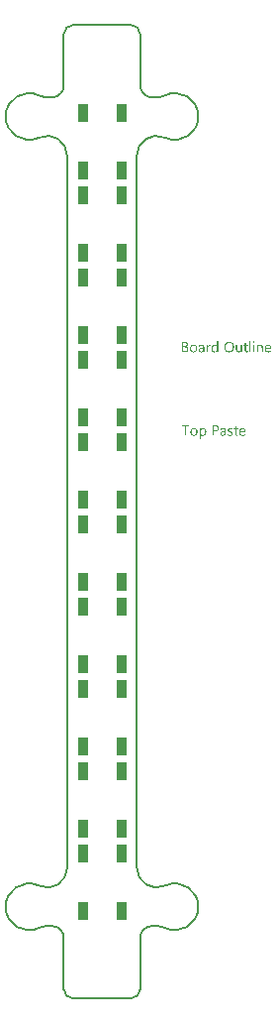
<source format=gtp>
G04*
G04 #@! TF.GenerationSoftware,Altium Limited,Altium Designer,21.8.1 (53)*
G04*
G04 Layer_Color=8421504*
%FSAX25Y25*%
%MOIN*%
G70*
G04*
G04 #@! TF.SameCoordinates,E3F0FB40-B38B-4DF8-A9CB-3E72E830E8E9*
G04*
G04*
G04 #@! TF.FilePolarity,Positive*
G04*
G01*
G75*
%ADD11C,0.00787*%
%ADD12R,0.03543X0.05906*%
G36*
X0051178Y0220945D02*
X0051202D01*
X0051258Y0220920D01*
X0051289Y0220901D01*
X0051320Y0220877D01*
X0051326Y0220870D01*
X0051332Y0220864D01*
X0051363Y0220827D01*
X0051388Y0220765D01*
X0051394Y0220728D01*
X0051400Y0220691D01*
Y0220685D01*
Y0220672D01*
X0051394Y0220654D01*
X0051388Y0220629D01*
X0051370Y0220567D01*
X0051345Y0220536D01*
X0051320Y0220505D01*
X0051314D01*
X0051308Y0220493D01*
X0051270Y0220468D01*
X0051215Y0220443D01*
X0051178Y0220437D01*
X0051140Y0220431D01*
X0051122D01*
X0051103Y0220437D01*
X0051078D01*
X0051017Y0220462D01*
X0050986Y0220474D01*
X0050955Y0220499D01*
Y0220505D01*
X0050942Y0220511D01*
X0050930Y0220530D01*
X0050918Y0220548D01*
X0050893Y0220610D01*
X0050887Y0220648D01*
X0050880Y0220691D01*
Y0220697D01*
Y0220709D01*
X0050887Y0220728D01*
X0050893Y0220759D01*
X0050911Y0220815D01*
X0050930Y0220846D01*
X0050955Y0220877D01*
X0050961Y0220883D01*
X0050967Y0220889D01*
X0051004Y0220914D01*
X0051066Y0220938D01*
X0051103Y0220951D01*
X0051159D01*
X0051178Y0220945D01*
D02*
G37*
G36*
X0039187Y0217280D02*
X0038785D01*
Y0217701D01*
X0038773D01*
Y0217695D01*
X0038760Y0217683D01*
X0038742Y0217658D01*
X0038723Y0217627D01*
X0038692Y0217590D01*
X0038655Y0217552D01*
X0038612Y0217509D01*
X0038562Y0217466D01*
X0038507Y0217416D01*
X0038438Y0217373D01*
X0038370Y0217336D01*
X0038290Y0217299D01*
X0038210Y0217268D01*
X0038117Y0217243D01*
X0038018Y0217231D01*
X0037912Y0217224D01*
X0037869D01*
X0037832Y0217231D01*
X0037795Y0217237D01*
X0037745Y0217243D01*
X0037640Y0217268D01*
X0037516Y0217305D01*
X0037392Y0217367D01*
X0037324Y0217404D01*
X0037269Y0217447D01*
X0037207Y0217503D01*
X0037151Y0217559D01*
Y0217565D01*
X0037139Y0217577D01*
X0037126Y0217596D01*
X0037108Y0217621D01*
X0037089Y0217652D01*
X0037064Y0217695D01*
X0037040Y0217744D01*
X0037015Y0217800D01*
X0036984Y0217862D01*
X0036959Y0217930D01*
X0036934Y0218004D01*
X0036916Y0218085D01*
X0036897Y0218172D01*
X0036885Y0218270D01*
X0036879Y0218370D01*
X0036873Y0218475D01*
Y0218481D01*
Y0218499D01*
Y0218537D01*
X0036879Y0218580D01*
X0036885Y0218630D01*
X0036891Y0218691D01*
X0036897Y0218759D01*
X0036910Y0218834D01*
X0036947Y0218995D01*
X0037003Y0219162D01*
X0037040Y0219242D01*
X0037083Y0219323D01*
X0037126Y0219397D01*
X0037182Y0219471D01*
X0037188Y0219478D01*
X0037194Y0219490D01*
X0037213Y0219509D01*
X0037238Y0219533D01*
X0037269Y0219558D01*
X0037312Y0219589D01*
X0037355Y0219626D01*
X0037405Y0219663D01*
X0037529Y0219731D01*
X0037671Y0219793D01*
X0037751Y0219812D01*
X0037838Y0219830D01*
X0037925Y0219843D01*
X0038024Y0219849D01*
X0038073D01*
X0038111Y0219843D01*
X0038148Y0219837D01*
X0038197Y0219830D01*
X0038309Y0219799D01*
X0038432Y0219750D01*
X0038494Y0219719D01*
X0038556Y0219676D01*
X0038618Y0219632D01*
X0038674Y0219577D01*
X0038723Y0219515D01*
X0038773Y0219440D01*
X0038785D01*
Y0221000D01*
X0039187D01*
Y0217280D01*
D02*
G37*
G36*
X0053456Y0219843D02*
X0053530Y0219837D01*
X0053623Y0219818D01*
X0053722Y0219787D01*
X0053827Y0219738D01*
X0053932Y0219670D01*
X0053975Y0219632D01*
X0054019Y0219583D01*
X0054031Y0219570D01*
X0054056Y0219533D01*
X0054087Y0219471D01*
X0054130Y0219385D01*
X0054167Y0219280D01*
X0054204Y0219149D01*
X0054229Y0218995D01*
X0054235Y0218815D01*
Y0217280D01*
X0053833D01*
Y0218710D01*
Y0218716D01*
Y0218747D01*
X0053827Y0218784D01*
Y0218834D01*
X0053815Y0218896D01*
X0053802Y0218964D01*
X0053784Y0219038D01*
X0053759Y0219112D01*
X0053728Y0219187D01*
X0053691Y0219255D01*
X0053641Y0219323D01*
X0053585Y0219385D01*
X0053524Y0219434D01*
X0053443Y0219471D01*
X0053356Y0219502D01*
X0053251Y0219509D01*
X0053239D01*
X0053202Y0219502D01*
X0053146Y0219496D01*
X0053078Y0219478D01*
X0052997Y0219453D01*
X0052911Y0219409D01*
X0052830Y0219354D01*
X0052750Y0219280D01*
X0052744Y0219267D01*
X0052719Y0219242D01*
X0052688Y0219193D01*
X0052651Y0219125D01*
X0052614Y0219044D01*
X0052583Y0218945D01*
X0052558Y0218834D01*
X0052552Y0218710D01*
Y0217280D01*
X0052149D01*
Y0219793D01*
X0052552D01*
Y0219372D01*
X0052564D01*
X0052570Y0219378D01*
X0052577Y0219391D01*
X0052595Y0219416D01*
X0052620Y0219447D01*
X0052645Y0219484D01*
X0052682Y0219521D01*
X0052725Y0219564D01*
X0052775Y0219614D01*
X0052830Y0219657D01*
X0052892Y0219700D01*
X0052960Y0219738D01*
X0053035Y0219775D01*
X0053109Y0219806D01*
X0053196Y0219830D01*
X0053288Y0219843D01*
X0053387Y0219849D01*
X0053425D01*
X0053456Y0219843D01*
D02*
G37*
G36*
X0036458Y0219830D02*
X0036532Y0219824D01*
X0036575Y0219812D01*
X0036606Y0219799D01*
Y0219385D01*
X0036600Y0219391D01*
X0036588Y0219397D01*
X0036563Y0219409D01*
X0036532Y0219428D01*
X0036489Y0219440D01*
X0036433Y0219453D01*
X0036371Y0219459D01*
X0036303Y0219465D01*
X0036291D01*
X0036260Y0219459D01*
X0036210Y0219453D01*
X0036154Y0219434D01*
X0036080Y0219403D01*
X0036012Y0219360D01*
X0035938Y0219298D01*
X0035870Y0219218D01*
X0035864Y0219205D01*
X0035845Y0219174D01*
X0035814Y0219119D01*
X0035783Y0219044D01*
X0035752Y0218951D01*
X0035721Y0218834D01*
X0035703Y0218704D01*
X0035696Y0218555D01*
Y0217280D01*
X0035294D01*
Y0219793D01*
X0035696D01*
Y0219273D01*
X0035709D01*
Y0219280D01*
X0035715Y0219286D01*
X0035727Y0219317D01*
X0035746Y0219366D01*
X0035777Y0219428D01*
X0035808Y0219490D01*
X0035857Y0219558D01*
X0035907Y0219626D01*
X0035969Y0219688D01*
X0035975Y0219694D01*
X0036000Y0219713D01*
X0036037Y0219738D01*
X0036086Y0219762D01*
X0036142Y0219787D01*
X0036210Y0219812D01*
X0036284Y0219830D01*
X0036365Y0219837D01*
X0036421D01*
X0036458Y0219830D01*
D02*
G37*
G36*
X0047197Y0217280D02*
X0046795D01*
Y0217676D01*
X0046783D01*
Y0217670D01*
X0046770Y0217658D01*
X0046758Y0217633D01*
X0046733Y0217608D01*
X0046677Y0217534D01*
X0046591Y0217453D01*
X0046541Y0217410D01*
X0046486Y0217367D01*
X0046424Y0217330D01*
X0046349Y0217292D01*
X0046275Y0217268D01*
X0046195Y0217243D01*
X0046102Y0217231D01*
X0046009Y0217224D01*
X0045972D01*
X0045928Y0217231D01*
X0045867Y0217243D01*
X0045799Y0217255D01*
X0045724Y0217280D01*
X0045644Y0217311D01*
X0045563Y0217361D01*
X0045477Y0217416D01*
X0045396Y0217484D01*
X0045322Y0217571D01*
X0045254Y0217676D01*
X0045192Y0217794D01*
X0045149Y0217936D01*
X0045124Y0218103D01*
X0045111Y0218190D01*
Y0218289D01*
Y0219793D01*
X0045507D01*
Y0218351D01*
Y0218345D01*
Y0218320D01*
X0045514Y0218277D01*
X0045520Y0218227D01*
X0045526Y0218165D01*
X0045538Y0218103D01*
X0045557Y0218029D01*
X0045582Y0217955D01*
X0045619Y0217881D01*
X0045656Y0217812D01*
X0045706Y0217744D01*
X0045768Y0217683D01*
X0045836Y0217633D01*
X0045916Y0217596D01*
X0046015Y0217565D01*
X0046120Y0217559D01*
X0046133D01*
X0046170Y0217565D01*
X0046226Y0217571D01*
X0046288Y0217583D01*
X0046368Y0217614D01*
X0046448Y0217652D01*
X0046529Y0217701D01*
X0046603Y0217775D01*
X0046609Y0217788D01*
X0046634Y0217812D01*
X0046665Y0217862D01*
X0046702Y0217930D01*
X0046733Y0218010D01*
X0046764Y0218110D01*
X0046789Y0218221D01*
X0046795Y0218345D01*
Y0219793D01*
X0047197D01*
Y0217280D01*
D02*
G37*
G36*
X0051332D02*
X0050930D01*
Y0219793D01*
X0051332D01*
Y0217280D01*
D02*
G37*
G36*
X0050113D02*
X0049711D01*
Y0221000D01*
X0050113D01*
Y0217280D01*
D02*
G37*
G36*
X0033734Y0219843D02*
X0033790Y0219837D01*
X0033858Y0219818D01*
X0033932Y0219799D01*
X0034013Y0219769D01*
X0034099Y0219731D01*
X0034180Y0219682D01*
X0034260Y0219620D01*
X0034335Y0219546D01*
X0034403Y0219453D01*
X0034458Y0219348D01*
X0034502Y0219224D01*
X0034527Y0219081D01*
X0034539Y0218914D01*
Y0217280D01*
X0034137D01*
Y0217670D01*
X0034124D01*
Y0217664D01*
X0034112Y0217652D01*
X0034099Y0217627D01*
X0034075Y0217602D01*
X0034013Y0217528D01*
X0033932Y0217447D01*
X0033821Y0217367D01*
X0033691Y0217292D01*
X0033610Y0217268D01*
X0033530Y0217243D01*
X0033443Y0217231D01*
X0033350Y0217224D01*
X0033313D01*
X0033288Y0217231D01*
X0033220Y0217237D01*
X0033140Y0217249D01*
X0033041Y0217274D01*
X0032948Y0217305D01*
X0032849Y0217354D01*
X0032762Y0217416D01*
X0032756Y0217429D01*
X0032731Y0217453D01*
X0032694Y0217497D01*
X0032657Y0217559D01*
X0032620Y0217633D01*
X0032583Y0217720D01*
X0032558Y0217825D01*
X0032552Y0217943D01*
Y0217949D01*
Y0217973D01*
X0032558Y0218010D01*
X0032564Y0218054D01*
X0032577Y0218110D01*
X0032595Y0218172D01*
X0032620Y0218240D01*
X0032657Y0218308D01*
X0032700Y0218382D01*
X0032756Y0218456D01*
X0032824Y0218524D01*
X0032905Y0218586D01*
X0032998Y0218648D01*
X0033109Y0218698D01*
X0033233Y0218735D01*
X0033381Y0218766D01*
X0034137Y0218871D01*
Y0218877D01*
Y0218896D01*
X0034130Y0218933D01*
Y0218970D01*
X0034118Y0219020D01*
X0034112Y0219075D01*
X0034075Y0219193D01*
X0034044Y0219249D01*
X0034013Y0219304D01*
X0033969Y0219360D01*
X0033920Y0219409D01*
X0033858Y0219453D01*
X0033790Y0219484D01*
X0033709Y0219502D01*
X0033617Y0219509D01*
X0033573D01*
X0033542Y0219502D01*
X0033499D01*
X0033456Y0219490D01*
X0033344Y0219471D01*
X0033220Y0219434D01*
X0033084Y0219378D01*
X0033010Y0219341D01*
X0032942Y0219304D01*
X0032868Y0219255D01*
X0032800Y0219199D01*
Y0219614D01*
X0032806D01*
X0032818Y0219626D01*
X0032837Y0219638D01*
X0032868Y0219651D01*
X0032899Y0219670D01*
X0032942Y0219688D01*
X0032991Y0219707D01*
X0033047Y0219731D01*
X0033171Y0219775D01*
X0033319Y0219812D01*
X0033480Y0219837D01*
X0033654Y0219849D01*
X0033691D01*
X0033734Y0219843D01*
D02*
G37*
G36*
X0028045Y0220790D02*
X0028089D01*
X0028132Y0220784D01*
X0028231Y0220771D01*
X0028349Y0220740D01*
X0028473Y0220703D01*
X0028590Y0220648D01*
X0028695Y0220573D01*
X0028702D01*
X0028708Y0220561D01*
X0028739Y0220536D01*
X0028782Y0220486D01*
X0028832Y0220418D01*
X0028875Y0220332D01*
X0028918Y0220233D01*
X0028949Y0220121D01*
X0028962Y0220059D01*
Y0219991D01*
Y0219985D01*
Y0219979D01*
Y0219942D01*
X0028956Y0219886D01*
X0028943Y0219818D01*
X0028925Y0219731D01*
X0028894Y0219645D01*
X0028856Y0219558D01*
X0028801Y0219471D01*
X0028795Y0219459D01*
X0028770Y0219434D01*
X0028733Y0219397D01*
X0028683Y0219348D01*
X0028621Y0219298D01*
X0028547Y0219242D01*
X0028454Y0219199D01*
X0028355Y0219156D01*
Y0219149D01*
X0028374D01*
X0028392Y0219143D01*
X0028411Y0219137D01*
X0028479Y0219125D01*
X0028559Y0219100D01*
X0028646Y0219063D01*
X0028739Y0219020D01*
X0028832Y0218958D01*
X0028918Y0218877D01*
X0028931Y0218865D01*
X0028956Y0218834D01*
X0028986Y0218791D01*
X0029030Y0218722D01*
X0029067Y0218636D01*
X0029104Y0218537D01*
X0029129Y0218419D01*
X0029135Y0218289D01*
Y0218283D01*
Y0218270D01*
Y0218246D01*
X0029129Y0218215D01*
X0029123Y0218178D01*
X0029116Y0218134D01*
X0029092Y0218029D01*
X0029054Y0217912D01*
X0028999Y0217788D01*
X0028962Y0217732D01*
X0028918Y0217670D01*
X0028863Y0217614D01*
X0028807Y0217559D01*
X0028801D01*
X0028795Y0217546D01*
X0028776Y0217534D01*
X0028751Y0217515D01*
X0028720Y0217497D01*
X0028677Y0217472D01*
X0028584Y0217423D01*
X0028466Y0217367D01*
X0028330Y0217323D01*
X0028169Y0217292D01*
X0028089Y0217286D01*
X0027996Y0217280D01*
X0026969D01*
Y0220796D01*
X0028015D01*
X0028045Y0220790D01*
D02*
G37*
G36*
X0048541Y0219793D02*
X0049178D01*
Y0219447D01*
X0048541D01*
Y0218029D01*
Y0218017D01*
Y0217986D01*
X0048547Y0217943D01*
X0048553Y0217887D01*
X0048578Y0217769D01*
X0048596Y0217713D01*
X0048627Y0217670D01*
X0048634Y0217664D01*
X0048646Y0217652D01*
X0048664Y0217639D01*
X0048695Y0217621D01*
X0048733Y0217596D01*
X0048782Y0217583D01*
X0048844Y0217571D01*
X0048912Y0217565D01*
X0048937D01*
X0048968Y0217571D01*
X0049005Y0217577D01*
X0049092Y0217602D01*
X0049135Y0217621D01*
X0049178Y0217645D01*
Y0217299D01*
X0049172D01*
X0049153Y0217286D01*
X0049123Y0217280D01*
X0049079Y0217268D01*
X0049024Y0217255D01*
X0048961Y0217243D01*
X0048887Y0217237D01*
X0048801Y0217231D01*
X0048770D01*
X0048739Y0217237D01*
X0048695Y0217243D01*
X0048646Y0217255D01*
X0048590Y0217268D01*
X0048534Y0217292D01*
X0048472Y0217323D01*
X0048411Y0217361D01*
X0048349Y0217410D01*
X0048293Y0217466D01*
X0048243Y0217540D01*
X0048200Y0217621D01*
X0048169Y0217720D01*
X0048145Y0217831D01*
X0048138Y0217961D01*
Y0219447D01*
X0047711D01*
Y0219793D01*
X0048138D01*
Y0220406D01*
X0048541Y0220536D01*
Y0219793D01*
D02*
G37*
G36*
X0056068Y0219843D02*
X0056111Y0219837D01*
X0056154Y0219830D01*
X0056266Y0219812D01*
X0056389Y0219769D01*
X0056513Y0219713D01*
X0056575Y0219676D01*
X0056637Y0219632D01*
X0056693Y0219583D01*
X0056749Y0219527D01*
X0056755Y0219521D01*
X0056761Y0219515D01*
X0056773Y0219496D01*
X0056792Y0219471D01*
X0056810Y0219434D01*
X0056835Y0219397D01*
X0056860Y0219354D01*
X0056885Y0219298D01*
X0056910Y0219236D01*
X0056934Y0219174D01*
X0056959Y0219100D01*
X0056978Y0219020D01*
X0056996Y0218933D01*
X0057009Y0218846D01*
X0057021Y0218747D01*
Y0218642D01*
Y0218431D01*
X0055244D01*
Y0218425D01*
Y0218413D01*
Y0218394D01*
X0055251Y0218363D01*
X0055257Y0218326D01*
Y0218289D01*
X0055275Y0218190D01*
X0055306Y0218091D01*
X0055343Y0217980D01*
X0055399Y0217874D01*
X0055467Y0217781D01*
X0055480Y0217769D01*
X0055504Y0217744D01*
X0055554Y0217713D01*
X0055622Y0217670D01*
X0055709Y0217627D01*
X0055808Y0217596D01*
X0055925Y0217571D01*
X0056062Y0217559D01*
X0056105D01*
X0056136Y0217565D01*
X0056173D01*
X0056216Y0217571D01*
X0056322Y0217596D01*
X0056439Y0217627D01*
X0056569Y0217676D01*
X0056705Y0217744D01*
X0056773Y0217788D01*
X0056841Y0217837D01*
Y0217460D01*
X0056835D01*
X0056829Y0217447D01*
X0056810Y0217441D01*
X0056779Y0217423D01*
X0056749Y0217404D01*
X0056711Y0217385D01*
X0056662Y0217367D01*
X0056612Y0217342D01*
X0056551Y0217317D01*
X0056482Y0217299D01*
X0056334Y0217262D01*
X0056160Y0217237D01*
X0055969Y0217224D01*
X0055919D01*
X0055882Y0217231D01*
X0055839Y0217237D01*
X0055783Y0217243D01*
X0055665Y0217268D01*
X0055529Y0217305D01*
X0055393Y0217367D01*
X0055325Y0217410D01*
X0055257Y0217453D01*
X0055195Y0217503D01*
X0055133Y0217565D01*
X0055127Y0217571D01*
X0055121Y0217583D01*
X0055108Y0217602D01*
X0055084Y0217627D01*
X0055065Y0217664D01*
X0055040Y0217707D01*
X0055009Y0217757D01*
X0054984Y0217812D01*
X0054953Y0217874D01*
X0054929Y0217949D01*
X0054898Y0218029D01*
X0054879Y0218116D01*
X0054861Y0218209D01*
X0054842Y0218308D01*
X0054836Y0218413D01*
X0054830Y0218524D01*
Y0218531D01*
Y0218549D01*
Y0218580D01*
X0054836Y0218623D01*
X0054842Y0218673D01*
X0054848Y0218729D01*
X0054854Y0218797D01*
X0054873Y0218865D01*
X0054910Y0219013D01*
X0054966Y0219174D01*
X0055003Y0219255D01*
X0055053Y0219329D01*
X0055102Y0219409D01*
X0055158Y0219478D01*
X0055164Y0219484D01*
X0055176Y0219496D01*
X0055195Y0219515D01*
X0055220Y0219533D01*
X0055251Y0219564D01*
X0055288Y0219595D01*
X0055337Y0219626D01*
X0055387Y0219663D01*
X0055504Y0219731D01*
X0055647Y0219793D01*
X0055727Y0219812D01*
X0055808Y0219830D01*
X0055894Y0219843D01*
X0055987Y0219849D01*
X0056037D01*
X0056068Y0219843D01*
D02*
G37*
G36*
X0043025Y0220852D02*
X0043087Y0220846D01*
X0043161Y0220833D01*
X0043242Y0220815D01*
X0043329Y0220796D01*
X0043415Y0220771D01*
X0043514Y0220740D01*
X0043607Y0220697D01*
X0043706Y0220648D01*
X0043805Y0220592D01*
X0043898Y0220524D01*
X0043991Y0220449D01*
X0044078Y0220363D01*
X0044084Y0220357D01*
X0044096Y0220338D01*
X0044121Y0220313D01*
X0044146Y0220276D01*
X0044183Y0220227D01*
X0044220Y0220165D01*
X0044257Y0220097D01*
X0044300Y0220022D01*
X0044344Y0219929D01*
X0044381Y0219837D01*
X0044418Y0219731D01*
X0044455Y0219614D01*
X0044480Y0219496D01*
X0044505Y0219366D01*
X0044517Y0219224D01*
X0044523Y0219081D01*
Y0219069D01*
Y0219044D01*
Y0219001D01*
X0044517Y0218939D01*
X0044511Y0218865D01*
X0044499Y0218784D01*
X0044486Y0218691D01*
X0044468Y0218586D01*
X0044443Y0218481D01*
X0044412Y0218370D01*
X0044375Y0218258D01*
X0044331Y0218147D01*
X0044276Y0218029D01*
X0044214Y0217924D01*
X0044146Y0217819D01*
X0044065Y0217720D01*
X0044059Y0217713D01*
X0044047Y0217701D01*
X0044016Y0217676D01*
X0043985Y0217645D01*
X0043935Y0217602D01*
X0043880Y0217565D01*
X0043818Y0217515D01*
X0043743Y0217472D01*
X0043663Y0217429D01*
X0043570Y0217379D01*
X0043471Y0217342D01*
X0043360Y0217305D01*
X0043242Y0217268D01*
X0043118Y0217243D01*
X0042988Y0217231D01*
X0042846Y0217224D01*
X0042815D01*
X0042772Y0217231D01*
X0042722D01*
X0042660Y0217237D01*
X0042586Y0217249D01*
X0042505Y0217268D01*
X0042412Y0217286D01*
X0042320Y0217311D01*
X0042221Y0217342D01*
X0042122Y0217385D01*
X0042023Y0217429D01*
X0041923Y0217484D01*
X0041824Y0217552D01*
X0041732Y0217627D01*
X0041645Y0217713D01*
X0041639Y0217720D01*
X0041626Y0217738D01*
X0041602Y0217763D01*
X0041577Y0217800D01*
X0041540Y0217850D01*
X0041503Y0217912D01*
X0041465Y0217980D01*
X0041422Y0218060D01*
X0041379Y0218147D01*
X0041342Y0218240D01*
X0041304Y0218345D01*
X0041267Y0218462D01*
X0041243Y0218580D01*
X0041218Y0218710D01*
X0041205Y0218852D01*
X0041199Y0218995D01*
Y0219007D01*
Y0219032D01*
X0041205Y0219075D01*
Y0219137D01*
X0041212Y0219205D01*
X0041224Y0219292D01*
X0041236Y0219385D01*
X0041255Y0219484D01*
X0041280Y0219589D01*
X0041311Y0219700D01*
X0041348Y0219812D01*
X0041391Y0219923D01*
X0041447Y0220035D01*
X0041509Y0220146D01*
X0041577Y0220251D01*
X0041657Y0220350D01*
X0041664Y0220357D01*
X0041676Y0220375D01*
X0041707Y0220400D01*
X0041744Y0220431D01*
X0041787Y0220468D01*
X0041843Y0220511D01*
X0041911Y0220555D01*
X0041985Y0220604D01*
X0042072Y0220654D01*
X0042165Y0220697D01*
X0042264Y0220740D01*
X0042375Y0220778D01*
X0042499Y0220808D01*
X0042629Y0220839D01*
X0042765Y0220852D01*
X0042908Y0220858D01*
X0042976D01*
X0043025Y0220852D01*
D02*
G37*
G36*
X0030998Y0219843D02*
X0031041Y0219837D01*
X0031097Y0219830D01*
X0031221Y0219806D01*
X0031363Y0219762D01*
X0031506Y0219700D01*
X0031580Y0219663D01*
X0031648Y0219620D01*
X0031716Y0219564D01*
X0031778Y0219502D01*
X0031784Y0219496D01*
X0031791Y0219484D01*
X0031809Y0219465D01*
X0031828Y0219440D01*
X0031852Y0219403D01*
X0031877Y0219360D01*
X0031908Y0219310D01*
X0031939Y0219255D01*
X0031964Y0219187D01*
X0031995Y0219119D01*
X0032019Y0219038D01*
X0032044Y0218951D01*
X0032063Y0218859D01*
X0032081Y0218759D01*
X0032088Y0218654D01*
X0032094Y0218543D01*
Y0218537D01*
Y0218518D01*
Y0218487D01*
X0032088Y0218444D01*
X0032081Y0218394D01*
X0032075Y0218332D01*
X0032063Y0218270D01*
X0032050Y0218196D01*
X0032013Y0218048D01*
X0031951Y0217887D01*
X0031914Y0217806D01*
X0031865Y0217726D01*
X0031815Y0217652D01*
X0031753Y0217583D01*
X0031747Y0217577D01*
X0031735Y0217571D01*
X0031716Y0217552D01*
X0031691Y0217528D01*
X0031654Y0217503D01*
X0031617Y0217472D01*
X0031568Y0217435D01*
X0031512Y0217404D01*
X0031450Y0217373D01*
X0031382Y0217336D01*
X0031308Y0217305D01*
X0031227Y0217280D01*
X0031141Y0217255D01*
X0031048Y0217243D01*
X0030949Y0217231D01*
X0030843Y0217224D01*
X0030788D01*
X0030751Y0217231D01*
X0030707Y0217237D01*
X0030652Y0217243D01*
X0030590Y0217255D01*
X0030522Y0217268D01*
X0030379Y0217311D01*
X0030231Y0217373D01*
X0030156Y0217410D01*
X0030088Y0217460D01*
X0030020Y0217509D01*
X0029952Y0217571D01*
X0029946Y0217577D01*
X0029940Y0217590D01*
X0029921Y0217608D01*
X0029902Y0217633D01*
X0029878Y0217670D01*
X0029847Y0217713D01*
X0029816Y0217763D01*
X0029791Y0217819D01*
X0029760Y0217887D01*
X0029729Y0217955D01*
X0029698Y0218029D01*
X0029673Y0218116D01*
X0029636Y0218302D01*
X0029630Y0218401D01*
X0029624Y0218506D01*
Y0218512D01*
Y0218537D01*
Y0218568D01*
X0029630Y0218611D01*
X0029636Y0218660D01*
X0029643Y0218722D01*
X0029655Y0218791D01*
X0029667Y0218865D01*
X0029704Y0219026D01*
X0029766Y0219187D01*
X0029810Y0219267D01*
X0029853Y0219348D01*
X0029902Y0219422D01*
X0029964Y0219490D01*
X0029971Y0219496D01*
X0029983Y0219509D01*
X0030002Y0219521D01*
X0030026Y0219546D01*
X0030064Y0219570D01*
X0030107Y0219601D01*
X0030156Y0219638D01*
X0030212Y0219670D01*
X0030274Y0219700D01*
X0030348Y0219738D01*
X0030422Y0219769D01*
X0030509Y0219793D01*
X0030596Y0219818D01*
X0030695Y0219837D01*
X0030800Y0219843D01*
X0030905Y0219849D01*
X0030961D01*
X0030998Y0219843D01*
D02*
G37*
G36*
X0034211Y0191805D02*
X0034254Y0191798D01*
X0034297Y0191792D01*
X0034409Y0191767D01*
X0034533Y0191730D01*
X0034657Y0191668D01*
X0034718Y0191631D01*
X0034780Y0191582D01*
X0034836Y0191532D01*
X0034892Y0191470D01*
X0034898Y0191464D01*
X0034904Y0191458D01*
X0034916Y0191433D01*
X0034935Y0191408D01*
X0034954Y0191377D01*
X0034978Y0191334D01*
X0035003Y0191285D01*
X0035028Y0191235D01*
X0035053Y0191173D01*
X0035077Y0191105D01*
X0035102Y0191031D01*
X0035121Y0190950D01*
X0035152Y0190771D01*
X0035164Y0190672D01*
Y0190567D01*
Y0190560D01*
Y0190542D01*
Y0190505D01*
X0035158Y0190461D01*
Y0190412D01*
X0035146Y0190350D01*
X0035139Y0190282D01*
X0035127Y0190208D01*
X0035090Y0190047D01*
X0035034Y0189880D01*
X0034997Y0189799D01*
X0034960Y0189718D01*
X0034910Y0189638D01*
X0034855Y0189564D01*
X0034848Y0189558D01*
X0034842Y0189545D01*
X0034824Y0189527D01*
X0034799Y0189508D01*
X0034768Y0189477D01*
X0034731Y0189446D01*
X0034687Y0189409D01*
X0034638Y0189378D01*
X0034582Y0189341D01*
X0034520Y0189304D01*
X0034372Y0189248D01*
X0034291Y0189223D01*
X0034211Y0189205D01*
X0034118Y0189192D01*
X0034019Y0189186D01*
X0033969D01*
X0033938Y0189192D01*
X0033895Y0189199D01*
X0033852Y0189211D01*
X0033740Y0189236D01*
X0033623Y0189285D01*
X0033555Y0189322D01*
X0033493Y0189359D01*
X0033431Y0189409D01*
X0033375Y0189465D01*
X0033313Y0189527D01*
X0033264Y0189601D01*
X0033251D01*
Y0188091D01*
X0032849D01*
Y0191755D01*
X0033251D01*
Y0191309D01*
X0033264D01*
X0033270Y0191315D01*
X0033276Y0191334D01*
X0033295Y0191359D01*
X0033319Y0191390D01*
X0033350Y0191427D01*
X0033388Y0191470D01*
X0033431Y0191514D01*
X0033487Y0191563D01*
X0033542Y0191606D01*
X0033604Y0191650D01*
X0033678Y0191693D01*
X0033753Y0191730D01*
X0033839Y0191767D01*
X0033932Y0191792D01*
X0034025Y0191805D01*
X0034130Y0191811D01*
X0034180D01*
X0034211Y0191805D01*
D02*
G37*
G36*
X0043483D02*
X0043564Y0191798D01*
X0043650Y0191786D01*
X0043750Y0191761D01*
X0043849Y0191736D01*
X0043948Y0191699D01*
Y0191291D01*
X0043935Y0191297D01*
X0043898Y0191322D01*
X0043842Y0191347D01*
X0043768Y0191384D01*
X0043675Y0191415D01*
X0043564Y0191446D01*
X0043440Y0191464D01*
X0043310Y0191470D01*
X0043242D01*
X0043180Y0191458D01*
X0043106Y0191446D01*
X0043100D01*
X0043093Y0191439D01*
X0043056Y0191427D01*
X0043007Y0191402D01*
X0042951Y0191371D01*
X0042939Y0191365D01*
X0042914Y0191340D01*
X0042883Y0191303D01*
X0042852Y0191260D01*
X0042846Y0191247D01*
X0042833Y0191217D01*
X0042821Y0191173D01*
X0042815Y0191118D01*
Y0191111D01*
Y0191099D01*
Y0191080D01*
X0042821Y0191062D01*
X0042833Y0191006D01*
X0042852Y0190950D01*
X0042858Y0190938D01*
X0042877Y0190913D01*
X0042914Y0190876D01*
X0042957Y0190833D01*
X0042963D01*
X0042970Y0190826D01*
X0043007Y0190802D01*
X0043056Y0190771D01*
X0043124Y0190740D01*
X0043131D01*
X0043143Y0190734D01*
X0043161Y0190727D01*
X0043192Y0190715D01*
X0043261Y0190690D01*
X0043347Y0190653D01*
X0043353D01*
X0043378Y0190641D01*
X0043409Y0190628D01*
X0043446Y0190616D01*
X0043545Y0190573D01*
X0043644Y0190523D01*
X0043650D01*
X0043669Y0190511D01*
X0043694Y0190498D01*
X0043725Y0190480D01*
X0043799Y0190430D01*
X0043873Y0190368D01*
X0043880Y0190362D01*
X0043892Y0190356D01*
X0043904Y0190338D01*
X0043929Y0190313D01*
X0043972Y0190251D01*
X0044016Y0190170D01*
Y0190164D01*
X0044022Y0190152D01*
X0044034Y0190127D01*
X0044041Y0190096D01*
X0044053Y0190059D01*
X0044059Y0190016D01*
X0044065Y0189910D01*
Y0189904D01*
Y0189880D01*
X0044059Y0189842D01*
X0044053Y0189799D01*
X0044047Y0189750D01*
X0044028Y0189694D01*
X0044010Y0189644D01*
X0043979Y0189588D01*
X0043972Y0189582D01*
X0043966Y0189564D01*
X0043948Y0189539D01*
X0043923Y0189508D01*
X0043892Y0189471D01*
X0043855Y0189434D01*
X0043762Y0189359D01*
X0043756Y0189353D01*
X0043737Y0189347D01*
X0043712Y0189329D01*
X0043669Y0189310D01*
X0043626Y0189285D01*
X0043570Y0189267D01*
X0043514Y0189248D01*
X0043446Y0189230D01*
X0043440D01*
X0043415Y0189223D01*
X0043378Y0189217D01*
X0043335Y0189211D01*
X0043273Y0189199D01*
X0043211Y0189192D01*
X0043069Y0189186D01*
X0043007D01*
X0042933Y0189192D01*
X0042840Y0189205D01*
X0042734Y0189223D01*
X0042623Y0189248D01*
X0042512Y0189279D01*
X0042400Y0189329D01*
Y0189762D01*
X0042406D01*
X0042412Y0189750D01*
X0042431Y0189737D01*
X0042456Y0189725D01*
X0042524Y0189688D01*
X0042617Y0189644D01*
X0042722Y0189595D01*
X0042846Y0189558D01*
X0042982Y0189533D01*
X0043124Y0189520D01*
X0043174D01*
X0043205Y0189527D01*
X0043292Y0189539D01*
X0043391Y0189564D01*
X0043483Y0189607D01*
X0043527Y0189638D01*
X0043570Y0189669D01*
X0043601Y0189712D01*
X0043626Y0189756D01*
X0043644Y0189811D01*
X0043650Y0189873D01*
Y0189880D01*
Y0189892D01*
Y0189910D01*
X0043644Y0189929D01*
X0043632Y0189985D01*
X0043607Y0190040D01*
Y0190047D01*
X0043601Y0190053D01*
X0043576Y0190084D01*
X0043539Y0190127D01*
X0043483Y0190164D01*
X0043477D01*
X0043471Y0190177D01*
X0043434Y0190195D01*
X0043378Y0190232D01*
X0043304Y0190263D01*
X0043298D01*
X0043285Y0190269D01*
X0043267Y0190282D01*
X0043236Y0190294D01*
X0043168Y0190319D01*
X0043081Y0190356D01*
X0043075D01*
X0043050Y0190368D01*
X0043019Y0190381D01*
X0042982Y0190393D01*
X0042883Y0190437D01*
X0042784Y0190486D01*
X0042778Y0190492D01*
X0042765Y0190498D01*
X0042741Y0190511D01*
X0042710Y0190529D01*
X0042642Y0190579D01*
X0042573Y0190635D01*
X0042567Y0190641D01*
X0042561Y0190647D01*
X0042542Y0190666D01*
X0042524Y0190690D01*
X0042481Y0190752D01*
X0042443Y0190826D01*
Y0190833D01*
X0042437Y0190845D01*
X0042431Y0190870D01*
X0042425Y0190901D01*
X0042419Y0190938D01*
X0042412Y0190981D01*
X0042406Y0191086D01*
Y0191093D01*
Y0191118D01*
X0042412Y0191148D01*
X0042419Y0191192D01*
X0042425Y0191241D01*
X0042443Y0191291D01*
X0042462Y0191347D01*
X0042487Y0191396D01*
X0042493Y0191402D01*
X0042499Y0191421D01*
X0042518Y0191446D01*
X0042542Y0191477D01*
X0042611Y0191551D01*
X0042697Y0191625D01*
X0042704Y0191631D01*
X0042722Y0191637D01*
X0042747Y0191656D01*
X0042790Y0191675D01*
X0042833Y0191699D01*
X0042883Y0191724D01*
X0043007Y0191761D01*
X0043013D01*
X0043038Y0191767D01*
X0043069Y0191780D01*
X0043118Y0191786D01*
X0043168Y0191798D01*
X0043230Y0191805D01*
X0043366Y0191811D01*
X0043422D01*
X0043483Y0191805D01*
D02*
G37*
G36*
X0040989D02*
X0041045Y0191798D01*
X0041113Y0191780D01*
X0041187Y0191761D01*
X0041267Y0191730D01*
X0041354Y0191693D01*
X0041434Y0191644D01*
X0041515Y0191582D01*
X0041589Y0191507D01*
X0041657Y0191415D01*
X0041713Y0191309D01*
X0041756Y0191185D01*
X0041781Y0191043D01*
X0041794Y0190876D01*
Y0189242D01*
X0041391D01*
Y0189632D01*
X0041379D01*
Y0189626D01*
X0041366Y0189613D01*
X0041354Y0189588D01*
X0041329Y0189564D01*
X0041267Y0189489D01*
X0041187Y0189409D01*
X0041076Y0189329D01*
X0040946Y0189254D01*
X0040865Y0189230D01*
X0040785Y0189205D01*
X0040698Y0189192D01*
X0040605Y0189186D01*
X0040568D01*
X0040543Y0189192D01*
X0040475Y0189199D01*
X0040395Y0189211D01*
X0040295Y0189236D01*
X0040203Y0189267D01*
X0040104Y0189316D01*
X0040017Y0189378D01*
X0040011Y0189391D01*
X0039986Y0189415D01*
X0039949Y0189459D01*
X0039912Y0189520D01*
X0039875Y0189595D01*
X0039838Y0189681D01*
X0039813Y0189787D01*
X0039807Y0189904D01*
Y0189910D01*
Y0189935D01*
X0039813Y0189972D01*
X0039819Y0190016D01*
X0039831Y0190071D01*
X0039850Y0190133D01*
X0039875Y0190201D01*
X0039912Y0190269D01*
X0039955Y0190344D01*
X0040011Y0190418D01*
X0040079Y0190486D01*
X0040159Y0190548D01*
X0040252Y0190610D01*
X0040364Y0190659D01*
X0040487Y0190697D01*
X0040636Y0190727D01*
X0041391Y0190833D01*
Y0190839D01*
Y0190858D01*
X0041385Y0190895D01*
Y0190932D01*
X0041373Y0190981D01*
X0041366Y0191037D01*
X0041329Y0191155D01*
X0041298Y0191210D01*
X0041267Y0191266D01*
X0041224Y0191322D01*
X0041175Y0191371D01*
X0041113Y0191415D01*
X0041045Y0191446D01*
X0040964Y0191464D01*
X0040871Y0191470D01*
X0040828D01*
X0040797Y0191464D01*
X0040754D01*
X0040710Y0191452D01*
X0040599Y0191433D01*
X0040475Y0191396D01*
X0040339Y0191340D01*
X0040265Y0191303D01*
X0040196Y0191266D01*
X0040122Y0191217D01*
X0040054Y0191161D01*
Y0191576D01*
X0040060D01*
X0040073Y0191588D01*
X0040091Y0191600D01*
X0040122Y0191613D01*
X0040153Y0191631D01*
X0040196Y0191650D01*
X0040246Y0191668D01*
X0040302Y0191693D01*
X0040426Y0191736D01*
X0040574Y0191774D01*
X0040735Y0191798D01*
X0040908Y0191811D01*
X0040946D01*
X0040989Y0191805D01*
D02*
G37*
G36*
X0038290Y0192752D02*
X0038339D01*
X0038389Y0192745D01*
X0038519Y0192721D01*
X0038655Y0192690D01*
X0038804Y0192640D01*
X0038946Y0192572D01*
X0039008Y0192529D01*
X0039070Y0192479D01*
X0039076D01*
X0039082Y0192467D01*
X0039101Y0192448D01*
X0039119Y0192430D01*
X0039169Y0192368D01*
X0039231Y0192281D01*
X0039287Y0192170D01*
X0039336Y0192040D01*
X0039373Y0191885D01*
X0039379Y0191798D01*
X0039386Y0191706D01*
Y0191699D01*
Y0191681D01*
Y0191656D01*
X0039379Y0191625D01*
X0039373Y0191582D01*
X0039367Y0191532D01*
X0039342Y0191415D01*
X0039299Y0191285D01*
X0039237Y0191148D01*
X0039200Y0191080D01*
X0039157Y0191012D01*
X0039101Y0190944D01*
X0039039Y0190882D01*
X0039033Y0190876D01*
X0039020Y0190870D01*
X0039002Y0190851D01*
X0038977Y0190833D01*
X0038940Y0190808D01*
X0038897Y0190783D01*
X0038847Y0190752D01*
X0038791Y0190727D01*
X0038730Y0190697D01*
X0038661Y0190666D01*
X0038581Y0190641D01*
X0038500Y0190616D01*
X0038315Y0190579D01*
X0038216Y0190573D01*
X0038111Y0190567D01*
X0037646D01*
Y0189242D01*
X0037231D01*
Y0192758D01*
X0038253D01*
X0038290Y0192752D01*
D02*
G37*
G36*
X0029407Y0192386D02*
X0028392D01*
Y0189242D01*
X0027984D01*
Y0192386D01*
X0026969D01*
Y0192758D01*
X0029407D01*
Y0192386D01*
D02*
G37*
G36*
X0045217Y0191755D02*
X0045854D01*
Y0191408D01*
X0045217D01*
Y0189991D01*
Y0189979D01*
Y0189948D01*
X0045223Y0189904D01*
X0045229Y0189848D01*
X0045254Y0189731D01*
X0045272Y0189675D01*
X0045303Y0189632D01*
X0045309Y0189626D01*
X0045322Y0189613D01*
X0045340Y0189601D01*
X0045371Y0189582D01*
X0045408Y0189558D01*
X0045458Y0189545D01*
X0045520Y0189533D01*
X0045588Y0189527D01*
X0045613D01*
X0045644Y0189533D01*
X0045681Y0189539D01*
X0045768Y0189564D01*
X0045811Y0189582D01*
X0045854Y0189607D01*
Y0189260D01*
X0045848D01*
X0045829Y0189248D01*
X0045799Y0189242D01*
X0045755Y0189230D01*
X0045699Y0189217D01*
X0045638Y0189205D01*
X0045563Y0189199D01*
X0045477Y0189192D01*
X0045446D01*
X0045415Y0189199D01*
X0045371Y0189205D01*
X0045322Y0189217D01*
X0045266Y0189230D01*
X0045210Y0189254D01*
X0045149Y0189285D01*
X0045087Y0189322D01*
X0045025Y0189372D01*
X0044969Y0189428D01*
X0044919Y0189502D01*
X0044876Y0189582D01*
X0044845Y0189681D01*
X0044820Y0189793D01*
X0044814Y0189923D01*
Y0191408D01*
X0044387D01*
Y0191755D01*
X0044814D01*
Y0192368D01*
X0045217Y0192498D01*
Y0191755D01*
D02*
G37*
G36*
X0047457Y0191805D02*
X0047501Y0191798D01*
X0047544Y0191792D01*
X0047655Y0191774D01*
X0047779Y0191730D01*
X0047903Y0191675D01*
X0047965Y0191637D01*
X0048027Y0191594D01*
X0048083Y0191545D01*
X0048138Y0191489D01*
X0048145Y0191483D01*
X0048151Y0191477D01*
X0048163Y0191458D01*
X0048182Y0191433D01*
X0048200Y0191396D01*
X0048225Y0191359D01*
X0048250Y0191315D01*
X0048274Y0191260D01*
X0048299Y0191198D01*
X0048324Y0191136D01*
X0048349Y0191062D01*
X0048367Y0190981D01*
X0048386Y0190895D01*
X0048398Y0190808D01*
X0048411Y0190709D01*
Y0190604D01*
Y0190393D01*
X0046634D01*
Y0190387D01*
Y0190375D01*
Y0190356D01*
X0046640Y0190325D01*
X0046646Y0190288D01*
Y0190251D01*
X0046665Y0190152D01*
X0046696Y0190053D01*
X0046733Y0189941D01*
X0046789Y0189836D01*
X0046857Y0189743D01*
X0046869Y0189731D01*
X0046894Y0189706D01*
X0046944Y0189675D01*
X0047012Y0189632D01*
X0047098Y0189588D01*
X0047197Y0189558D01*
X0047315Y0189533D01*
X0047451Y0189520D01*
X0047495D01*
X0047526Y0189527D01*
X0047563D01*
X0047606Y0189533D01*
X0047711Y0189558D01*
X0047829Y0189588D01*
X0047959Y0189638D01*
X0048095Y0189706D01*
X0048163Y0189750D01*
X0048231Y0189799D01*
Y0189421D01*
X0048225D01*
X0048219Y0189409D01*
X0048200Y0189403D01*
X0048169Y0189384D01*
X0048138Y0189366D01*
X0048101Y0189347D01*
X0048052Y0189329D01*
X0048002Y0189304D01*
X0047940Y0189279D01*
X0047872Y0189260D01*
X0047724Y0189223D01*
X0047550Y0189199D01*
X0047358Y0189186D01*
X0047309D01*
X0047272Y0189192D01*
X0047228Y0189199D01*
X0047173Y0189205D01*
X0047055Y0189230D01*
X0046919Y0189267D01*
X0046783Y0189329D01*
X0046715Y0189372D01*
X0046646Y0189415D01*
X0046585Y0189465D01*
X0046523Y0189527D01*
X0046516Y0189533D01*
X0046510Y0189545D01*
X0046498Y0189564D01*
X0046473Y0189588D01*
X0046455Y0189626D01*
X0046430Y0189669D01*
X0046399Y0189718D01*
X0046374Y0189774D01*
X0046343Y0189836D01*
X0046318Y0189910D01*
X0046288Y0189991D01*
X0046269Y0190077D01*
X0046250Y0190170D01*
X0046232Y0190269D01*
X0046226Y0190375D01*
X0046219Y0190486D01*
Y0190492D01*
Y0190511D01*
Y0190542D01*
X0046226Y0190585D01*
X0046232Y0190635D01*
X0046238Y0190690D01*
X0046244Y0190758D01*
X0046263Y0190826D01*
X0046300Y0190975D01*
X0046356Y0191136D01*
X0046393Y0191217D01*
X0046442Y0191291D01*
X0046492Y0191371D01*
X0046547Y0191439D01*
X0046554Y0191446D01*
X0046566Y0191458D01*
X0046585Y0191477D01*
X0046609Y0191495D01*
X0046640Y0191526D01*
X0046677Y0191557D01*
X0046727Y0191588D01*
X0046777Y0191625D01*
X0046894Y0191693D01*
X0047036Y0191755D01*
X0047117Y0191774D01*
X0047197Y0191792D01*
X0047284Y0191805D01*
X0047377Y0191811D01*
X0047426D01*
X0047457Y0191805D01*
D02*
G37*
G36*
X0031110D02*
X0031153Y0191798D01*
X0031209Y0191792D01*
X0031332Y0191767D01*
X0031475Y0191724D01*
X0031617Y0191662D01*
X0031691Y0191625D01*
X0031760Y0191582D01*
X0031828Y0191526D01*
X0031890Y0191464D01*
X0031896Y0191458D01*
X0031902Y0191446D01*
X0031920Y0191427D01*
X0031939Y0191402D01*
X0031964Y0191365D01*
X0031989Y0191322D01*
X0032019Y0191272D01*
X0032050Y0191217D01*
X0032075Y0191148D01*
X0032106Y0191080D01*
X0032131Y0191000D01*
X0032156Y0190913D01*
X0032174Y0190820D01*
X0032193Y0190721D01*
X0032199Y0190616D01*
X0032205Y0190505D01*
Y0190498D01*
Y0190480D01*
Y0190449D01*
X0032199Y0190406D01*
X0032193Y0190356D01*
X0032187Y0190294D01*
X0032174Y0190232D01*
X0032162Y0190158D01*
X0032125Y0190009D01*
X0032063Y0189848D01*
X0032026Y0189768D01*
X0031976Y0189688D01*
X0031927Y0189613D01*
X0031865Y0189545D01*
X0031859Y0189539D01*
X0031846Y0189533D01*
X0031828Y0189514D01*
X0031803Y0189489D01*
X0031766Y0189465D01*
X0031729Y0189434D01*
X0031679Y0189397D01*
X0031623Y0189366D01*
X0031561Y0189335D01*
X0031493Y0189298D01*
X0031419Y0189267D01*
X0031339Y0189242D01*
X0031252Y0189217D01*
X0031159Y0189205D01*
X0031060Y0189192D01*
X0030955Y0189186D01*
X0030899D01*
X0030862Y0189192D01*
X0030819Y0189199D01*
X0030763Y0189205D01*
X0030701Y0189217D01*
X0030633Y0189230D01*
X0030491Y0189273D01*
X0030342Y0189335D01*
X0030268Y0189372D01*
X0030200Y0189421D01*
X0030132Y0189471D01*
X0030064Y0189533D01*
X0030057Y0189539D01*
X0030051Y0189551D01*
X0030033Y0189570D01*
X0030014Y0189595D01*
X0029989Y0189632D01*
X0029958Y0189675D01*
X0029927Y0189725D01*
X0029902Y0189780D01*
X0029872Y0189848D01*
X0029841Y0189917D01*
X0029810Y0189991D01*
X0029785Y0190077D01*
X0029748Y0190263D01*
X0029742Y0190362D01*
X0029735Y0190468D01*
Y0190474D01*
Y0190498D01*
Y0190529D01*
X0029742Y0190573D01*
X0029748Y0190622D01*
X0029754Y0190684D01*
X0029766Y0190752D01*
X0029779Y0190826D01*
X0029816Y0190988D01*
X0029878Y0191148D01*
X0029921Y0191229D01*
X0029964Y0191309D01*
X0030014Y0191384D01*
X0030076Y0191452D01*
X0030082Y0191458D01*
X0030094Y0191470D01*
X0030113Y0191483D01*
X0030138Y0191507D01*
X0030175Y0191532D01*
X0030218Y0191563D01*
X0030268Y0191600D01*
X0030323Y0191631D01*
X0030385Y0191662D01*
X0030460Y0191699D01*
X0030534Y0191730D01*
X0030621Y0191755D01*
X0030707Y0191780D01*
X0030806Y0191798D01*
X0030911Y0191805D01*
X0031017Y0191811D01*
X0031072D01*
X0031110Y0191805D01*
D02*
G37*
%LPC*%
G36*
X0038073Y0219509D02*
X0038036D01*
X0038011Y0219502D01*
X0037943Y0219496D01*
X0037863Y0219478D01*
X0037770Y0219440D01*
X0037671Y0219391D01*
X0037578Y0219329D01*
X0037535Y0219286D01*
X0037492Y0219236D01*
X0037485Y0219224D01*
X0037461Y0219187D01*
X0037423Y0219125D01*
X0037386Y0219044D01*
X0037349Y0218939D01*
X0037312Y0218809D01*
X0037287Y0218660D01*
X0037281Y0218493D01*
Y0218487D01*
Y0218475D01*
Y0218450D01*
X0037287Y0218419D01*
Y0218388D01*
X0037293Y0218345D01*
X0037306Y0218246D01*
X0037330Y0218134D01*
X0037368Y0218023D01*
X0037417Y0217912D01*
X0037485Y0217806D01*
X0037498Y0217794D01*
X0037522Y0217769D01*
X0037566Y0217726D01*
X0037628Y0217683D01*
X0037708Y0217639D01*
X0037801Y0217596D01*
X0037906Y0217571D01*
X0038030Y0217559D01*
X0038061D01*
X0038086Y0217565D01*
X0038148Y0217571D01*
X0038222Y0217590D01*
X0038309Y0217621D01*
X0038401Y0217658D01*
X0038488Y0217720D01*
X0038575Y0217800D01*
X0038581Y0217812D01*
X0038606Y0217843D01*
X0038643Y0217899D01*
X0038680Y0217967D01*
X0038717Y0218054D01*
X0038754Y0218159D01*
X0038779Y0218283D01*
X0038785Y0218413D01*
Y0218784D01*
Y0218791D01*
Y0218797D01*
Y0218834D01*
X0038773Y0218889D01*
X0038760Y0218964D01*
X0038736Y0219044D01*
X0038699Y0219131D01*
X0038649Y0219218D01*
X0038581Y0219298D01*
X0038575Y0219304D01*
X0038544Y0219329D01*
X0038500Y0219366D01*
X0038445Y0219403D01*
X0038370Y0219440D01*
X0038284Y0219478D01*
X0038185Y0219502D01*
X0038073Y0219509D01*
D02*
G37*
G36*
X0034137Y0218549D02*
X0033530Y0218462D01*
X0033518D01*
X0033487Y0218456D01*
X0033437Y0218444D01*
X0033375Y0218431D01*
X0033307Y0218413D01*
X0033233Y0218388D01*
X0033171Y0218363D01*
X0033109Y0218326D01*
X0033103Y0218320D01*
X0033084Y0218308D01*
X0033066Y0218283D01*
X0033041Y0218246D01*
X0033010Y0218196D01*
X0032991Y0218134D01*
X0032973Y0218060D01*
X0032967Y0217973D01*
Y0217967D01*
Y0217943D01*
X0032973Y0217912D01*
X0032985Y0217868D01*
X0032998Y0217819D01*
X0033022Y0217769D01*
X0033053Y0217720D01*
X0033097Y0217670D01*
X0033103Y0217664D01*
X0033121Y0217652D01*
X0033152Y0217633D01*
X0033189Y0217614D01*
X0033239Y0217596D01*
X0033301Y0217577D01*
X0033369Y0217565D01*
X0033449Y0217559D01*
X0033462D01*
X0033499Y0217565D01*
X0033555Y0217571D01*
X0033623Y0217583D01*
X0033697Y0217608D01*
X0033784Y0217645D01*
X0033864Y0217701D01*
X0033938Y0217769D01*
X0033945Y0217781D01*
X0033969Y0217806D01*
X0034000Y0217850D01*
X0034038Y0217912D01*
X0034075Y0217992D01*
X0034106Y0218079D01*
X0034130Y0218184D01*
X0034137Y0218295D01*
Y0218549D01*
D02*
G37*
G36*
X0027854Y0220425D02*
X0027383D01*
Y0219286D01*
X0027860D01*
X0027922Y0219292D01*
X0027996Y0219304D01*
X0028083Y0219323D01*
X0028176Y0219354D01*
X0028256Y0219391D01*
X0028337Y0219447D01*
X0028343Y0219453D01*
X0028367Y0219478D01*
X0028398Y0219515D01*
X0028436Y0219570D01*
X0028466Y0219632D01*
X0028497Y0219713D01*
X0028522Y0219806D01*
X0028528Y0219911D01*
Y0219917D01*
Y0219936D01*
X0028522Y0219960D01*
X0028516Y0219991D01*
X0028491Y0220072D01*
X0028473Y0220121D01*
X0028442Y0220171D01*
X0028411Y0220214D01*
X0028361Y0220264D01*
X0028312Y0220307D01*
X0028244Y0220344D01*
X0028169Y0220375D01*
X0028076Y0220400D01*
X0027971Y0220418D01*
X0027854Y0220425D01*
D02*
G37*
G36*
Y0218914D02*
X0027383D01*
Y0217652D01*
X0028002D01*
X0028064Y0217658D01*
X0028151Y0217670D01*
X0028237Y0217695D01*
X0028330Y0217720D01*
X0028423Y0217763D01*
X0028504Y0217819D01*
X0028510Y0217825D01*
X0028535Y0217850D01*
X0028565Y0217887D01*
X0028603Y0217943D01*
X0028640Y0218010D01*
X0028671Y0218091D01*
X0028695Y0218190D01*
X0028702Y0218295D01*
Y0218302D01*
Y0218320D01*
X0028695Y0218351D01*
X0028689Y0218394D01*
X0028677Y0218438D01*
X0028658Y0218493D01*
X0028634Y0218549D01*
X0028596Y0218605D01*
X0028553Y0218660D01*
X0028497Y0218716D01*
X0028429Y0218772D01*
X0028343Y0218815D01*
X0028250Y0218859D01*
X0028132Y0218889D01*
X0028002Y0218908D01*
X0027854Y0218914D01*
D02*
G37*
G36*
X0055981Y0219509D02*
X0055932D01*
X0055882Y0219496D01*
X0055814Y0219484D01*
X0055740Y0219459D01*
X0055653Y0219422D01*
X0055572Y0219372D01*
X0055492Y0219304D01*
X0055486Y0219298D01*
X0055461Y0219267D01*
X0055430Y0219224D01*
X0055387Y0219162D01*
X0055343Y0219088D01*
X0055306Y0218995D01*
X0055275Y0218889D01*
X0055251Y0218772D01*
X0056606D01*
Y0218778D01*
Y0218791D01*
Y0218803D01*
Y0218828D01*
X0056600Y0218896D01*
X0056588Y0218970D01*
X0056563Y0219063D01*
X0056538Y0219149D01*
X0056495Y0219236D01*
X0056439Y0219317D01*
X0056433Y0219323D01*
X0056408Y0219348D01*
X0056371Y0219378D01*
X0056322Y0219416D01*
X0056253Y0219447D01*
X0056173Y0219478D01*
X0056086Y0219502D01*
X0055981Y0219509D01*
D02*
G37*
G36*
X0042877Y0220480D02*
X0042821D01*
X0042784Y0220474D01*
X0042734Y0220468D01*
X0042685Y0220462D01*
X0042623Y0220449D01*
X0042555Y0220431D01*
X0042412Y0220381D01*
X0042338Y0220350D01*
X0042258Y0220313D01*
X0042184Y0220264D01*
X0042109Y0220208D01*
X0042041Y0220146D01*
X0041973Y0220078D01*
X0041967Y0220072D01*
X0041961Y0220059D01*
X0041942Y0220035D01*
X0041917Y0220004D01*
X0041893Y0219967D01*
X0041868Y0219917D01*
X0041837Y0219861D01*
X0041806Y0219799D01*
X0041769Y0219725D01*
X0041738Y0219651D01*
X0041713Y0219564D01*
X0041688Y0219471D01*
X0041664Y0219372D01*
X0041645Y0219261D01*
X0041639Y0219149D01*
X0041633Y0219032D01*
Y0219026D01*
Y0219001D01*
Y0218970D01*
X0041639Y0218927D01*
X0041645Y0218871D01*
X0041651Y0218803D01*
X0041664Y0218735D01*
X0041676Y0218660D01*
X0041713Y0218493D01*
X0041775Y0218314D01*
X0041812Y0218227D01*
X0041855Y0218147D01*
X0041911Y0218060D01*
X0041967Y0217986D01*
X0041973Y0217980D01*
X0041985Y0217967D01*
X0042004Y0217949D01*
X0042029Y0217924D01*
X0042060Y0217893D01*
X0042103Y0217862D01*
X0042153Y0217825D01*
X0042202Y0217788D01*
X0042264Y0217751D01*
X0042332Y0217713D01*
X0042481Y0217652D01*
X0042567Y0217627D01*
X0042654Y0217608D01*
X0042747Y0217596D01*
X0042846Y0217590D01*
X0042902D01*
X0042945Y0217596D01*
X0042988Y0217602D01*
X0043050Y0217608D01*
X0043112Y0217621D01*
X0043180Y0217639D01*
X0043323Y0217683D01*
X0043403Y0217713D01*
X0043477Y0217751D01*
X0043551Y0217794D01*
X0043626Y0217843D01*
X0043694Y0217899D01*
X0043762Y0217967D01*
X0043768Y0217973D01*
X0043774Y0217986D01*
X0043793Y0218004D01*
X0043812Y0218035D01*
X0043842Y0218079D01*
X0043867Y0218122D01*
X0043898Y0218178D01*
X0043929Y0218240D01*
X0043960Y0218314D01*
X0043991Y0218394D01*
X0044022Y0218481D01*
X0044047Y0218574D01*
X0044065Y0218673D01*
X0044084Y0218784D01*
X0044090Y0218902D01*
X0044096Y0219026D01*
Y0219032D01*
Y0219057D01*
Y0219094D01*
X0044090Y0219137D01*
X0044084Y0219199D01*
X0044078Y0219267D01*
X0044071Y0219341D01*
X0044053Y0219422D01*
X0044016Y0219589D01*
X0043960Y0219769D01*
X0043923Y0219855D01*
X0043880Y0219942D01*
X0043824Y0220022D01*
X0043768Y0220097D01*
X0043762Y0220103D01*
X0043756Y0220115D01*
X0043737Y0220134D01*
X0043706Y0220159D01*
X0043675Y0220183D01*
X0043638Y0220220D01*
X0043589Y0220251D01*
X0043539Y0220288D01*
X0043477Y0220326D01*
X0043409Y0220357D01*
X0043335Y0220394D01*
X0043254Y0220418D01*
X0043168Y0220443D01*
X0043081Y0220462D01*
X0042982Y0220474D01*
X0042877Y0220480D01*
D02*
G37*
G36*
X0030874Y0219509D02*
X0030837D01*
X0030812Y0219502D01*
X0030738Y0219496D01*
X0030652Y0219478D01*
X0030553Y0219447D01*
X0030447Y0219397D01*
X0030348Y0219329D01*
X0030299Y0219292D01*
X0030255Y0219242D01*
X0030243Y0219230D01*
X0030218Y0219193D01*
X0030187Y0219137D01*
X0030144Y0219057D01*
X0030101Y0218951D01*
X0030070Y0218828D01*
X0030045Y0218685D01*
X0030033Y0218518D01*
Y0218512D01*
Y0218499D01*
Y0218475D01*
X0030039Y0218444D01*
Y0218407D01*
X0030045Y0218363D01*
X0030064Y0218264D01*
X0030088Y0218153D01*
X0030132Y0218035D01*
X0030187Y0217918D01*
X0030262Y0217812D01*
X0030274Y0217800D01*
X0030305Y0217775D01*
X0030354Y0217732D01*
X0030422Y0217689D01*
X0030509Y0217639D01*
X0030614Y0217596D01*
X0030738Y0217571D01*
X0030874Y0217559D01*
X0030911D01*
X0030936Y0217565D01*
X0031011Y0217571D01*
X0031097Y0217590D01*
X0031190Y0217621D01*
X0031295Y0217664D01*
X0031388Y0217726D01*
X0031475Y0217806D01*
X0031481Y0217819D01*
X0031506Y0217856D01*
X0031543Y0217912D01*
X0031580Y0217992D01*
X0031617Y0218097D01*
X0031654Y0218221D01*
X0031679Y0218363D01*
X0031685Y0218531D01*
Y0218537D01*
Y0218549D01*
Y0218574D01*
Y0218611D01*
X0031679Y0218648D01*
X0031673Y0218691D01*
X0031661Y0218797D01*
X0031636Y0218914D01*
X0031599Y0219032D01*
X0031543Y0219149D01*
X0031475Y0219255D01*
X0031462Y0219267D01*
X0031438Y0219292D01*
X0031388Y0219335D01*
X0031320Y0219385D01*
X0031233Y0219428D01*
X0031134Y0219471D01*
X0031011Y0219496D01*
X0030874Y0219509D01*
D02*
G37*
G36*
X0034031Y0191470D02*
X0034000D01*
X0033976Y0191464D01*
X0033907Y0191458D01*
X0033827Y0191439D01*
X0033740Y0191408D01*
X0033641Y0191365D01*
X0033549Y0191303D01*
X0033462Y0191223D01*
X0033456Y0191210D01*
X0033431Y0191179D01*
X0033394Y0191130D01*
X0033357Y0191056D01*
X0033319Y0190969D01*
X0033282Y0190864D01*
X0033257Y0190746D01*
X0033251Y0190616D01*
Y0190263D01*
Y0190257D01*
Y0190251D01*
X0033257Y0190214D01*
X0033264Y0190152D01*
X0033276Y0190084D01*
X0033301Y0189997D01*
X0033338Y0189910D01*
X0033388Y0189824D01*
X0033456Y0189737D01*
X0033468Y0189731D01*
X0033493Y0189706D01*
X0033536Y0189669D01*
X0033598Y0189632D01*
X0033672Y0189588D01*
X0033759Y0189558D01*
X0033858Y0189533D01*
X0033969Y0189520D01*
X0034007D01*
X0034031Y0189527D01*
X0034093Y0189533D01*
X0034180Y0189558D01*
X0034266Y0189588D01*
X0034365Y0189638D01*
X0034458Y0189706D01*
X0034502Y0189750D01*
X0034539Y0189799D01*
Y0189805D01*
X0034545Y0189811D01*
X0034557Y0189830D01*
X0034570Y0189848D01*
X0034588Y0189880D01*
X0034607Y0189917D01*
X0034644Y0190003D01*
X0034681Y0190115D01*
X0034718Y0190245D01*
X0034743Y0190399D01*
X0034749Y0190579D01*
Y0190585D01*
Y0190597D01*
Y0190616D01*
Y0190647D01*
X0034743Y0190684D01*
X0034737Y0190721D01*
X0034725Y0190814D01*
X0034700Y0190919D01*
X0034669Y0191031D01*
X0034619Y0191136D01*
X0034557Y0191229D01*
X0034551Y0191241D01*
X0034520Y0191266D01*
X0034477Y0191303D01*
X0034421Y0191353D01*
X0034347Y0191396D01*
X0034254Y0191433D01*
X0034149Y0191458D01*
X0034031Y0191470D01*
D02*
G37*
G36*
X0041391Y0190511D02*
X0040785Y0190424D01*
X0040772D01*
X0040741Y0190418D01*
X0040692Y0190406D01*
X0040630Y0190393D01*
X0040562Y0190375D01*
X0040487Y0190350D01*
X0040426Y0190325D01*
X0040364Y0190288D01*
X0040358Y0190282D01*
X0040339Y0190269D01*
X0040320Y0190245D01*
X0040295Y0190208D01*
X0040265Y0190158D01*
X0040246Y0190096D01*
X0040227Y0190022D01*
X0040221Y0189935D01*
Y0189929D01*
Y0189904D01*
X0040227Y0189873D01*
X0040240Y0189830D01*
X0040252Y0189780D01*
X0040277Y0189731D01*
X0040308Y0189681D01*
X0040351Y0189632D01*
X0040358Y0189626D01*
X0040376Y0189613D01*
X0040407Y0189595D01*
X0040444Y0189576D01*
X0040494Y0189558D01*
X0040556Y0189539D01*
X0040624Y0189527D01*
X0040704Y0189520D01*
X0040716D01*
X0040754Y0189527D01*
X0040809Y0189533D01*
X0040877Y0189545D01*
X0040952Y0189570D01*
X0041038Y0189607D01*
X0041119Y0189663D01*
X0041193Y0189731D01*
X0041199Y0189743D01*
X0041224Y0189768D01*
X0041255Y0189811D01*
X0041292Y0189873D01*
X0041329Y0189954D01*
X0041360Y0190040D01*
X0041385Y0190146D01*
X0041391Y0190257D01*
Y0190511D01*
D02*
G37*
G36*
X0038129Y0192386D02*
X0037646D01*
Y0190944D01*
X0038117D01*
X0038141Y0190950D01*
X0038179D01*
X0038222Y0190956D01*
X0038315Y0190969D01*
X0038420Y0190994D01*
X0038525Y0191025D01*
X0038630Y0191074D01*
X0038723Y0191136D01*
X0038736Y0191148D01*
X0038760Y0191173D01*
X0038798Y0191217D01*
X0038841Y0191278D01*
X0038878Y0191359D01*
X0038915Y0191452D01*
X0038940Y0191563D01*
X0038952Y0191687D01*
Y0191693D01*
Y0191718D01*
X0038946Y0191749D01*
X0038940Y0191798D01*
X0038928Y0191848D01*
X0038909Y0191910D01*
X0038884Y0191972D01*
X0038847Y0192040D01*
X0038804Y0192102D01*
X0038754Y0192164D01*
X0038686Y0192226D01*
X0038606Y0192275D01*
X0038513Y0192324D01*
X0038401Y0192356D01*
X0038271Y0192380D01*
X0038129Y0192386D01*
D02*
G37*
G36*
X0047371Y0191470D02*
X0047321D01*
X0047272Y0191458D01*
X0047204Y0191446D01*
X0047129Y0191421D01*
X0047043Y0191384D01*
X0046962Y0191334D01*
X0046882Y0191266D01*
X0046876Y0191260D01*
X0046851Y0191229D01*
X0046820Y0191185D01*
X0046777Y0191124D01*
X0046733Y0191049D01*
X0046696Y0190956D01*
X0046665Y0190851D01*
X0046640Y0190734D01*
X0047996D01*
Y0190740D01*
Y0190752D01*
Y0190765D01*
Y0190789D01*
X0047990Y0190858D01*
X0047977Y0190932D01*
X0047953Y0191025D01*
X0047928Y0191111D01*
X0047885Y0191198D01*
X0047829Y0191278D01*
X0047823Y0191285D01*
X0047798Y0191309D01*
X0047761Y0191340D01*
X0047711Y0191377D01*
X0047643Y0191408D01*
X0047563Y0191439D01*
X0047476Y0191464D01*
X0047371Y0191470D01*
D02*
G37*
G36*
X0030986D02*
X0030949D01*
X0030924Y0191464D01*
X0030850Y0191458D01*
X0030763Y0191439D01*
X0030664Y0191408D01*
X0030559Y0191359D01*
X0030460Y0191291D01*
X0030410Y0191254D01*
X0030367Y0191204D01*
X0030354Y0191192D01*
X0030330Y0191155D01*
X0030299Y0191099D01*
X0030255Y0191018D01*
X0030212Y0190913D01*
X0030181Y0190789D01*
X0030156Y0190647D01*
X0030144Y0190480D01*
Y0190474D01*
Y0190461D01*
Y0190437D01*
X0030150Y0190406D01*
Y0190368D01*
X0030156Y0190325D01*
X0030175Y0190226D01*
X0030200Y0190115D01*
X0030243Y0189997D01*
X0030299Y0189880D01*
X0030373Y0189774D01*
X0030385Y0189762D01*
X0030416Y0189737D01*
X0030466Y0189694D01*
X0030534Y0189650D01*
X0030621Y0189601D01*
X0030726Y0189558D01*
X0030850Y0189533D01*
X0030986Y0189520D01*
X0031023D01*
X0031048Y0189527D01*
X0031122Y0189533D01*
X0031209Y0189551D01*
X0031302Y0189582D01*
X0031407Y0189626D01*
X0031500Y0189688D01*
X0031586Y0189768D01*
X0031592Y0189780D01*
X0031617Y0189818D01*
X0031654Y0189873D01*
X0031691Y0189954D01*
X0031729Y0190059D01*
X0031766Y0190183D01*
X0031791Y0190325D01*
X0031797Y0190492D01*
Y0190498D01*
Y0190511D01*
Y0190536D01*
Y0190573D01*
X0031791Y0190610D01*
X0031784Y0190653D01*
X0031772Y0190758D01*
X0031747Y0190876D01*
X0031710Y0190994D01*
X0031654Y0191111D01*
X0031586Y0191217D01*
X0031574Y0191229D01*
X0031549Y0191254D01*
X0031500Y0191297D01*
X0031431Y0191347D01*
X0031345Y0191390D01*
X0031246Y0191433D01*
X0031122Y0191458D01*
X0030986Y0191470D01*
D02*
G37*
%LPD*%
D11*
X0012874Y0324213D02*
G03*
X0009724Y0327362I-0003150J0000000D01*
G01*
X-0009724D02*
G03*
X-0012874Y0324213I0000000J-0003150D01*
G01*
X0012874Y0306961D02*
G03*
X0016811Y0303024I0003937J0000000D01*
G01*
X-0016811D02*
G03*
X-0012874Y0306961I0000000J0003937D01*
G01*
X0019018Y0303024D02*
G03*
X0020881Y0303492I0000000J0003937D01*
G01*
X-0020881D02*
G03*
X-0019018Y0303024I0001863J0003469D01*
G01*
X0021260Y0289428D02*
G03*
X0011722Y0283369I-0002844J-0006058D01*
G01*
X-0011722D02*
G03*
X-0021260Y0289428I-0006693J0000000D01*
G01*
X0021260D02*
G03*
X0020881Y0303492I0003347J0007128D01*
G01*
X-0020881D02*
G03*
X-0021260Y0289428I-0003725J-0006937D01*
G01*
Y0037938D02*
G03*
X-0011722Y0043997I0002844J0006058D01*
G01*
X0011722D02*
G03*
X0021260Y0037938I0006693J0000000D01*
G01*
X-0021260D02*
G03*
X-0020881Y0023874I-0003347J-0007128D01*
G01*
X0020881D02*
G03*
X0021260Y0037938I0003725J0006937D01*
G01*
X-0019018Y0024342D02*
G03*
X-0020881Y0023874I0000000J-0003937D01*
G01*
X0020881D02*
G03*
X0019018Y0024342I-0001863J-0003469D01*
G01*
X0016811D02*
G03*
X0012874Y0020405I0000000J-0003937D01*
G01*
X-0012874D02*
G03*
X-0016811Y0024342I-0003937J0000000D01*
G01*
X0009724Y0000000D02*
G03*
X0012874Y0003150I0000000J0003150D01*
G01*
X-0012874D02*
G03*
X-0009724Y0000000I0003150J0000000D01*
G01*
Y0327362D02*
X0009724D01*
X0012874Y0306952D02*
Y0324213D01*
X-0012874Y0306948D02*
Y0324213D01*
X0016811Y0303024D02*
X0019018D01*
X-0011722Y0043997D02*
X-0011722Y0283369D01*
X0011722D02*
X0011722Y0043997D01*
X-0019018Y0303024D02*
X-0016811D01*
X-0019018Y0024342D02*
X-0016811D01*
X0016811D02*
X0019018D01*
X-0012874Y0003150D02*
Y0020405D01*
X0012874Y0003150D02*
Y0020405D01*
X-0009724Y0000000D02*
X0009724D01*
D12*
X0006496Y0048720D02*
D03*
X-0006496D02*
D03*
Y0029429D02*
D03*
X0006496D02*
D03*
Y0057185D02*
D03*
X-0006496D02*
D03*
Y0076476D02*
D03*
X0006496D02*
D03*
Y0104035D02*
D03*
X-0006496D02*
D03*
Y0084744D02*
D03*
X0006496D02*
D03*
Y0112402D02*
D03*
X-0006496D02*
D03*
Y0131693D02*
D03*
X0006496D02*
D03*
Y0159350D02*
D03*
X-0006496D02*
D03*
Y0140059D02*
D03*
X0006496D02*
D03*
Y0167717D02*
D03*
X-0006496D02*
D03*
Y0187008D02*
D03*
X0006496D02*
D03*
Y0214665D02*
D03*
X-0006496D02*
D03*
Y0195374D02*
D03*
X0006496D02*
D03*
Y0223031D02*
D03*
X-0006496D02*
D03*
Y0242323D02*
D03*
X0006496D02*
D03*
Y0269980D02*
D03*
X-0006496D02*
D03*
Y0250689D02*
D03*
X0006496D02*
D03*
Y0278346D02*
D03*
X-0006496D02*
D03*
Y0297638D02*
D03*
X0006496D02*
D03*
M02*

</source>
